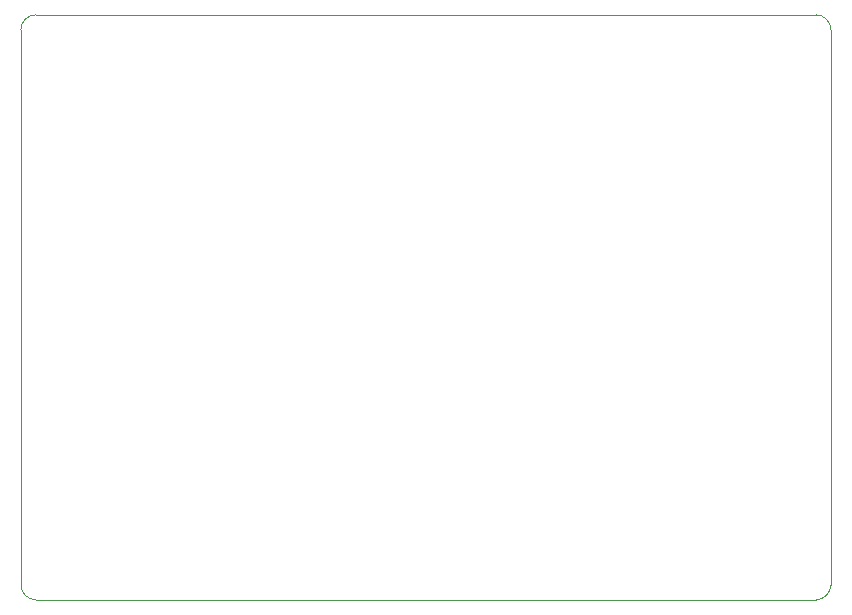
<source format=gbr>
%TF.GenerationSoftware,KiCad,Pcbnew,(7.0.0)*%
%TF.CreationDate,2024-02-26T20:32:27-08:00*%
%TF.ProjectId,Blutooth_Serial,426c7574-6f6f-4746-985f-53657269616c,rev?*%
%TF.SameCoordinates,Original*%
%TF.FileFunction,Profile,NP*%
%FSLAX46Y46*%
G04 Gerber Fmt 4.6, Leading zero omitted, Abs format (unit mm)*
G04 Created by KiCad (PCBNEW (7.0.0)) date 2024-02-26 20:32:27*
%MOMM*%
%LPD*%
G01*
G04 APERTURE LIST*
%TA.AperFunction,Profile*%
%ADD10C,0.100000*%
%TD*%
G04 APERTURE END LIST*
D10*
X113030000Y-110490000D02*
X113030000Y-63500000D01*
X45720000Y-111760000D02*
X111760000Y-111760000D01*
X44450000Y-63500000D02*
X44450000Y-110490000D01*
X111760000Y-62230000D02*
X45720000Y-62230000D01*
X45720000Y-62230000D02*
G75*
G03*
X44450000Y-63500000I0J-1270000D01*
G01*
X44450000Y-110490000D02*
G75*
G03*
X45720000Y-111760000I1270000J0D01*
G01*
X111760000Y-111760000D02*
G75*
G03*
X113030000Y-110490000I0J1270000D01*
G01*
X113030000Y-63500000D02*
G75*
G03*
X111760000Y-62230000I-1270000J0D01*
G01*
M02*

</source>
